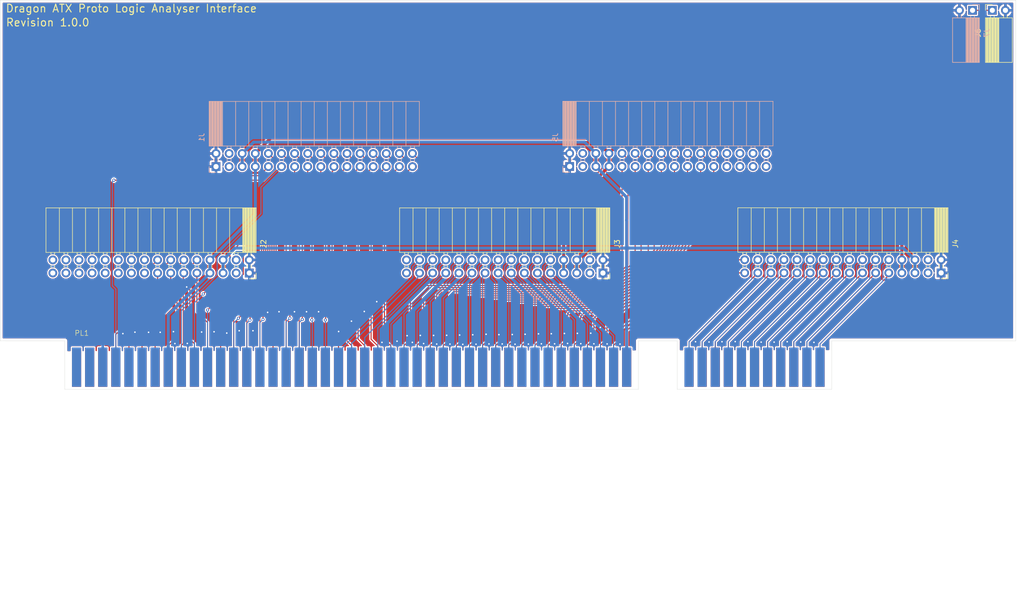
<source format=kicad_pcb>
(kicad_pcb (version 20241229) (generator "pcbnew") (generator_version "9.0")
  (layers (0 "F.Cu" signal) (2 "B.Cu" signal) (13 "F.Paste" user) (15 "B.Paste" user) (5 "F.SilkS" user "F.Silkscreen") (7 "B.SilkS" user "B.Silkscreen") (1 "F.Mask" user) (3 "B.Mask" user) (25 "Edge.Cuts" user))
  (net 0 "")
  (net 1 "+3.3V")
  (net 2 "+5V")
  (net 4 "GND")
  (net 27 "DL6")
  (net 28 "DL3")
  (net 29 "~{HS}")
  (net 30 "A13")
  (net 31 "R{slash}~{W}")
  (net 32 "AVMA")
  (net 33 "A1")
  (net 34 "MOTOR")
  (net 35 "Z6")
  (net 36 "E")
  (net 37 "EXTMEN")
  (net 38 "MIC")
  (net 39 "A10")
  (net 40 "CART")
  (net 41 "A2")
  (net 42 "Z4")
  (net 43 "A0")
  (net 44 "Z1")
  (net 45 "~{A}{slash}G")
  (net 46 "Z8")
  (net 47 "A6")
  (net 48 "GM1")
  (net 49 "S0")
  (net 50 "CPU_BUSY")
  (net 51 "~{NMI}p")
  (net 52 "ESND")
  (net 53 "D1")
  (net 54 "A11")
  (net 55 "AUDIO_L")
  (net 56 "BA")
  (net 57 "Z3")
  (net 58 "Z13")
  (net 59 "DL2")
  (net 60 "DL1")
  (net 61 "A5")
  (net 62 "BS")
  (net 63 "S1")
  (net 64 "CSS")
  (net 65 "D6")
  (net 66 "Z10")
  (net 67 "AUDIO_M")
  (net 68 "A8")
  (net 69 "Z15")
  (net 70 "A12")
  (net 71 "A14")
  (net 72 "A9")
  (net 73 "S2")
  (net 74 "Z19")
  (net 75 "+12V")
  (net 76 "~{RESET}")
  (net 77 "P0")
  (net 78 "Z0")
  (net 79 "~{NMI}")
  (net 80 "Z7")
  (net 81 "AUDIO_R")
  (net 82 "A3")
  (net 83 "~{FIRQ}")
  (net 84 "Chroma")
  (net 85 "DL4")
  (net 86 "Z9")
  (net 87 "GM2")
  (net 88 "~{FIRQ}p")
  (net 89 "DL0")
  (net 90 "D4")
  (net 91 "Z11")
  (net 92 "Z20")
  (net 93 "-12V")
  (net 94 "DA0")
  (net 95 "S3")
  (net 96 "GM0")
  (net 97 "A7")
  (net 98 "Z5")
  (net 99 "D5")
  (net 100 "D7")
  (net 101 "D0")
  (net 102 "DL5")
  (net 103 "Q")
  (net 104 "A4")
  (net 105 "DL7")
  (net 106 "A15")
  (net 107 "Z16")
  (net 108 "Z12")
  (net 109 "P1")
  (net 110 "S4")
  (net 111 "Z2")
  (net 112 "~{IRQ}")
  (net 113 "Z17")
  (net 114 "Luma")
  (net 115 "~{FS}")
  (net 116 "TSC")
  (net 117 "~{IRQ}p")
  (net 118 "D2")
  (net 119 "Z18")
  (net 120 "R0")
  (net 121 "EAR")
  (net 122 "VCLK")
  (net 123 "D3")
  (net 124 "Composite")
  (net 125 "~{HALT}")
  (net 126 "R1")
  (net 127 "-5V")
  (net 128 "Z21")
  (net 129 "P2")
  (net 130 "Z14")
  (net 131 "R2")
  (net 145 "Net-(J6-Pin_1)")
  (footprint "Connector_PinSocket_2.54mm:PinSocket_2x16_P2.54mm_Horizontal" (layer "F.Cu") (at 173.9674 93.4328 -90)
    (property "Reference" "J3")
    (property "Value" "LV2")
  )
  (footprint "Connector_PinSocket_2.54mm:PinSocket_2x16_P2.54mm_Horizontal" (layer "F.Cu") (at 105.3846 93.4328 -90)
    (property "Reference" "J2")
    (property "Value" "LV1")
  )
  (footprint "Connector_PinSocket_2.54mm:PinSocket_1x02_P2.54mm_Horizontal" (layer "F.Cu") (at 249.4742 42.4884 90)
    (property "Reference" "J6")
    (property "Value" "Chain Front")
  )
  (footprint "Library:Card_Edge" (layer "F.Cu") (at 145.6758 114.4806)
    (property "Reference" "PL1")
    (property "Value" "Slot1")
    (fp_line (start -76.073 -7.874) (end -76.073 1.524) (stroke (width 0.05)) (layer "Edge.Cuts"))
    (fp_line (start -76.073 1.524) (end 35.179 1.524) (stroke (width 0.05)) (layer "Edge.Cuts"))
    (fp_line (start 35.179 -7.874) (end 42.707 -7.874) (stroke (width 0.05)) (layer "Edge.Cuts"))
    (fp_line (start 35.179 1.524) (end 35.179 -7.874) (stroke (width 0.05)) (layer "Edge.Cuts"))
    (fp_line (start 42.707 -7.874) (end 42.707 1.524) (stroke (width 0.05)) (layer "Edge.Cuts"))
    (fp_line (start 42.707 1.524) (end 72.679 1.524) (stroke (width 0.05)) (layer "Edge.Cuts"))
    (fp_line (start 72.679 1.524) (end 72.679 -7.874) (stroke (width 0.05)) (layer "Edge.Cuts"))
  )
  (footprint "Connector_PinSocket_2.54mm:PinSocket_2x16_P2.54mm_Horizontal" (layer "F.Cu") (at 239.5502 93.4074 -90)
    (property "Reference" "J4")
    (property "Value" "TTL2")
  )
  (footprint "Connector_PinSocket_2.54mm:PinSocket_2x16_P2.54mm_Horizontal" (layer "B.Cu") (at 167.513 72.771 -90)
    (property "Reference" "J5")
    (property "Value" "TTL3")
  )
  (footprint "Connector_PinSocket_2.54mm:PinSocket_2x16_P2.54mm_Horizontal" (layer "B.Cu") (at 98.933 72.7964 -90)
    (property "Reference" "J1")
    (property "Value" "TTL1")
  )
  (footprint "Connector_PinSocket_2.54mm:PinSocket_1x02_P2.54mm_Horizontal" (layer "B.Cu") (at 245.6388 42.4884 90)
    (property "Reference" "J7")
    (property "Value" "Chain Rear")
  )
  (gr_line (start 57.067392 40.513) (end 254.0254 40.513) (stroke (width 0.05)) (layer "Edge.Cuts"))
  (gr_line (start 218.3548 106.6066) (end 254 106.6066) (stroke (width 0.05)) (layer "Edge.Cuts"))
  (gr_line (start 57.067392 106.599941) (end 57.067392 40.513) (stroke (width 0.05)) (layer "Edge.Cuts"))
  (gr_line (start 69.6028 106.6066) (end 57.067392 106.599941) (stroke (width 0.05)) (layer "Edge.Cuts"))
  (gr_line (start 254 106.6038) (end 254.0254 40.513) (stroke (width 0.05)) (layer "Edge.Cuts"))
  (gr_text "Revision 1.0.0" (at 58.0898 45.72 0) (layer "F.SilkS") (effects (font (size 1.5 1.5) (thickness 0.2)) (justify left bottom)))
  (gr_text "Dragon ATX Proto Logic Analyser Interface" (at 58.0644 43.0022 0) (layer "F.SilkS") (effects (font (size 1.5 1.5) (thickness 0.2)) (justify left bottom)))
  (segment (start 178.181 67.183) (end 230.632 67.183) (width 0.6) (layer "F.Cu") (net 1))
  (segment (start 106.553 70.2564) (end 109.5248 67.2846) (width 0.6) (layer "F.Cu") (net 1))
  (segment (start 172.1866 67.2846) (end 175.133 70.231) (width 0.6) (layer "F.Cu") (net 1))
  (segment (start 166.3474 81.5566) (end 166.3474 90.8928) (width 0.6) (layer "F.Cu") (net 1))
  (segment (start 231.9302 68.4812) (end 231.9302 90.8674) (width 0.6) (layer "F.Cu") (net 1))
  (segment (start 230.632 67.183) (end 231.9302 68.4812) (width 0.6) (layer "F.Cu") (net 1))
  (segment (start 175.133 70.231) (end 178.181 67.183) (width 0.6) (layer "F.Cu") (net 1))
  (segment (start 175.133 72.771) (end 166.3474 81.5566) (width 0.6) (layer "F.Cu") (net 1))
  (segment (start 109.5248 67.2846) (end 172.1866 67.2846) (width 0.6) (layer "F.Cu") (net 1))
  (segment (start 97.7646 90.8928) (end 97.7646 93.4328) (width 0.6) (layer "B.Cu") (net 1))
  (segment (start 106.553 82.1044) (end 106.553 72.7964) (width 0.6) (layer "B.Cu") (net 1))
  (segment (start 97.7646 90.8928) (end 106.553 82.1044) (width 0.6) (layer "B.Cu") (net 1))
  (segment (start 89.6688 101.5286) (end 97.7646 93.4328) (width 0.6) (layer "B.Cu") (net 1))
  (segment (start 166.3474 90.8928) (end 166.3474 93.4328) (width 0.6) (layer "B.Cu") (net 1))
  (segment (start 175.133 70.231) (end 175.133 72.771) (width 0.6) (layer "B.Cu") (net 1))
  (segment (start 231.9302 90.8674) (end 231.9302 93.4074) (width 0.6) (layer "B.Cu") (net 1))
  (segment (start 106.553 70.2564) (end 106.553 72.7964) (width 0.6) (layer "B.Cu") (net 1))
  (segment (start 89.6688 111.3056) (end 89.6688 101.5286) (width 0.6) (layer "B.Cu") (net 1))
  (segment (start 178.562 78.74) (end 172.593 72.771) (width 0.6) (layer "B.Cu") (net 2))
  (segment (start 178.562 83.185) (end 178.562 78.74) (width 0.6) (layer "B.Cu") (net 2))
  (segment (start 171.185 88.5952) (end 102.6022 88.5952) (width 0.6) (layer "B.Cu") (net 2))
  (segment (start 172.593 72.771) (end 172.593 70.231) (width 0.6) (layer "B.Cu") (net 2))
  (segment (start 171.185 88.5952) (end 168.8874 90.8928) (width 0.6) (layer "B.Cu") (net 2))
  (segment (start 102.6022 88.5952) (end 100.3046 90.8928) (width 0.6) (layer "B.Cu") (net 2))
  (segment (start 234.4702 90.8674) (end 234.4702 93.4074) (width 0.6) (layer "B.Cu") (net 2))
  (segment (start 168.8874 90.8928) (end 168.8874 93.4328) (width 0.6) (layer "B.Cu") (net 2))
  (segment (start 104.013 70.2564) (end 104.013 72.7964) (width 0.6) (layer "B.Cu") (net 2))
  (segment (start 172.593 70.231) (end 170.4086 68.0466) (width 0.6) (layer "B.Cu") (net 2))
  (segment (start 178.5688 111.3056) (end 178.5688 88.5952) (width 0.6) (layer "B.Cu") (net 2))
  (segment (start 178.5688 88.5952) (end 178.5688 83.1918) (width 0.6) (layer "B.Cu") (net 2))
  (segment (start 178.5688 83.1918) (end 178.562 83.185) (width 0.6) (layer "B.Cu") (net 2))
  (segment (start 170.4086 68.0466) (end 106.2228 68.0466) (width 0.6) (layer "B.Cu") (net 2))
  (segment (start 100.3046 90.8928) (end 100.3046 93.4328) (width 0.6) (layer "B.Cu") (net 2))
  (segment (start 178.5688 88.5952) (end 171.185 88.5952) (width 0.6) (layer "B.Cu") (net 2))
  (segment (start 178.5688 88.5952) (end 232.198 88.5952) (width 0.6) (layer "B.Cu") (net 2))
  (segment (start 232.198 88.5952) (end 234.4702 90.8674) (width 0.6) (layer "B.Cu") (net 2))
  (segment (start 106.2228 68.0466) (end 104.013 70.2564) (width 0.6) (layer "B.Cu") (net 2))
  (via (at 88.1126 104.9274) (size 0.6) (drill 0.3) (layers "F.Cu" "B.Cu") (net 4))
  (via (at 111.1504 100.9396) (size 0.6) (drill 0.3) (layers "F.Cu" "B.Cu") (net 4))
  (via (at 159.512 107.2134) (size 0.6) (drill 0.3) (layers "F.Cu" "B.Cu") (net 4))
  (via (at 204.6478 106.8324) (size 0.6) (drill 0.3) (layers "F.Cu" "B.Cu") (net 4))
  (via (at 174.7774 107.188) (size 0.6) (drill 0.3) (layers "F.Cu" "B.Cu") (net 4))
  (via (at 194.5386 106.807) (size 0.6) (drill 0.3) (layers "F.Cu" "B.Cu") (net 4))
  (via (at 131.1148 106.8832) (size 0.6) (drill 0.3) (layers "F.Cu" "B.Cu") (net 4))
  (via (at 90.9574 107.1118) (size 0.6) (drill 0.3) (layers "F.Cu" "B.Cu") (net 4))
  (via (at 116.4844 100.9396) (size 0.6) (drill 0.3) (layers "F.Cu" "B.Cu") (net 4))
  (via (at 98.552 104.8258) (size 0.6) (drill 0.3) (layers "F.Cu" "B.Cu") (net 4))
  (via (at 169.0116 105.1306) (size 0.6) (drill 0.3) (layers "F.Cu" "B.Cu") (net 4))
  (via (at 154.432 107.188) (size 0.6) (drill 0.3) (layers "F.Cu" "B.Cu") (net 4))
  (via (at 163.957 105.2068) (size 0.6) (drill 0.3) (layers "F.Cu" "B.Cu") (net 4))
  (via (at 199.6186 106.7308) (size 0.6) (drill 0.3) (layers "F.Cu" "B.Cu") (net 4))
  (via (at 122.7074 104.775) (size 0.6) (drill 0.3) (layers "F.Cu" "B.Cu") (net 4))
  (via (at 166.497 105.156) (size 0.6) (drill 0.3) (layers "F.Cu" "B.Cu") (net 4))
  (via (at 101.0158 105.0798) (size 0.6) (drill 0.3) (layers "F.Cu" "B.Cu") (net 4))
  (via (at 153.797 105.3846) (size 0.6) (drill 0.3) (layers "F.Cu" "B.Cu") (net 4))
  (via (at 197.0532 106.7562) (size 0.6) (drill 0.3) (layers "F.Cu" "B.Cu") (net 4))
  (via (at 130.0988 98.9838) (size 0.6) (drill 0.3) (layers "F.Cu" "B.Cu") (net 4))
  (via (at 156.9212 107.2388) (size 0.6) (drill 0.3) (layers "F.Cu" "B.Cu") (net 4))
  (via (at 191.9224 106.7562) (size 0.6) (drill 0.3) (layers "F.Cu" "B.Cu") (net 4))
  (via (at 151.3078 105.3084) (size 0.6) (drill 0.3) (layers "F.Cu" "B.Cu") (net 4))
  (via (at 171.6024 105.1052) (size 0.6) (drill 0.3) (layers "F.Cu" "B.Cu") (net 4))
  (via (at 172.212 107.1626) (size 0.6) (drill 0.3) (layers "F.Cu" "B.Cu") (net 4))
  (via (at 148.717 105.41) (size 0.6) (drill 0.3) (layers "F.Cu" "B.Cu") (net 4))
  (via (at 146.7866 107.2642) (size 0.6) (drill 0.3) (layers "F.Cu" "B.Cu") (net 4))
  (via (at 125.1966 102.7684) (size 0.6) (drill 0.3) (layers "F.Cu" "B.Cu") (net 4))
  (via (at 135.9916 105.5878) (size 0.6) (drill 0.3) (layers "F.Cu" "B.Cu") (net 4))
  (via (at 156.3878 105.3592) (size 0.6) (drill 0.3) (layers "F.Cu" "B.Cu") (net 4))
  (via (at 114.1476 100.9396) (size 0.6) (drill 0.3) (layers "F.Cu" "B.Cu") (net 4))
  (via (at 137.0076 106.8832) (size 0.6) (drill 0.3) (layers "F.Cu" "B.Cu") (net 4))
  (via (at 139.192 107.1118) (size 0.6) (drill 0.3) (layers "F.Cu" "B.Cu") (net 4))
  (via (at 146.177 105.4608) (size 0.6) (drill 0.3) (layers "F.Cu" "B.Cu") (net 4))
  (via (at 209.7024 106.7562) (size 0.6) (drill 0.3) (layers "F.Cu" "B.Cu") (net 4))
  (via (at 212.3186 106.807) (size 0.6) (drill 0.3) (layers "F.Cu" "B.Cu") (net 4))
  (via (at 141.732 107.2134) (size 0.6) (drill 0.3) (layers "F.Cu" "B.Cu") (net 4))
  (via (at 108.9406 101.0666) (size 0.6) (drill 0.3) (layers "F.Cu" "B.Cu") (net 4))
  (via (at 80.8736 105.1814) (size 0.6) (drill 0.3) (layers "F.Cu" "B.Cu") (net 4))
  (via (at 158.877 105.3084) (size 0.6) (drill 0.3) (layers "F.Cu" "B.Cu") (net 4))
  (via (at 173.4566 103.9876) (size 0.6) (drill 0.3) (layers "F.Cu" "B.Cu") (net 4))
  (via (at 141.1224 105.537) (size 0.6) (drill 0.3) (layers "F.Cu" "B.Cu") (net 4))
  (via (at 151.8666 107.188) (size 0.6) (drill 0.3) (layers "F.Cu" "B.Cu") (net 4))
  (via (at 127.6858 100.8888) (size 0.6) (drill 0.3) (layers "F.Cu" "B.Cu") (net 4))
  (via (at 149.352 107.2388) (size 0.6) (drill 0.3) (layers "F.Cu" "B.Cu") (net 4))
  (via (at 167.1066 107.0864) (size 0.6) (drill 0.3) (layers "F.Cu" "B.Cu") (net 4))
  (via (at 90.678 104.8004) (size 0.6) (drill 0.3) (layers "F.Cu" "B.Cu") (net 4))
  (via (at 169.672 107.1372) (size 0.6) (drill 0.3) (layers "F.Cu" "B.Cu") (net 4))
  (via (at 202.0824 106.7562) (size 0.6) (drill 0.3) (layers "F.Cu" "B.Cu") (net 4))
  (via (at 164.592 107.1626) (size 0.6) (drill 0.3) (layers "F.Cu" "B.Cu") (net 4))
  (via (at 103.4288 104.6226) (size 0.6) (drill 0.3) (layers "F.Cu" "B.Cu") (net 4))
  (via (at 138.557 105.537) (size 0.6) (drill 0.3) (layers "F.Cu" "B.Cu") (net 4))
  (via (at 143.6624 105.5116) (size 0.6) (drill 0.3) (layers "F.Cu" "B.Cu") (net 4))
  (via (at 162.0266 107.1626) (size 0.6) (drill 0.3) (layers "F.Cu" "B.Cu") (net 4))
  (via (at 177.2666 107.2134) (size 0.6) (drill 0.3) (layers "F.Cu" "B.Cu") (net 4))
  (via (at 214.884 106.8832) (size 0.6) (drill 0.3) (layers "F.Cu" "B.Cu") (net 4))
  (via (at 144.2974 107.2134) (size 0.6) (drill 0.3) (layers "F.Cu" "B.Cu") (net 4))
  (via (at 93.3704 107.0864) (size 0.6) (drill 0.3) (layers "F.Cu" "B.Cu") (net 4))
  (via (at 118.8212 100.9396) (size 0.6) (drill 0.3) (layers "F.Cu" "B.Cu") (net 4))
  (via (at 207.1624 106.8324) (size 0.6) (drill 0.3) (layers "F.Cu" "B.Cu") (net 4))
  (via (at 106.0958 104.6226) (size 0.6) (drill 0.3) (layers "F.Cu" "B.Cu") (net 4))
  (via (at 83.2104 104.902) (size 0.6) (drill 0.3) (layers "F.Cu" "B.Cu") (net 4))
  (via (at 96.139 104.8766) (size 0.6) (drill 0.3) (layers "F.Cu" "B.Cu") (net 4))
  (via (at 134.0358 106.6546) (size 0.6) (drill 0.3) (layers "F.Cu" "B.Cu") (net 4))
  (via (at 161.4678 105.2322) (size 0.6) (drill 0.3) (layers "F.Cu" "B.Cu") (net 4))
  (via (at 85.852 104.9274) (size 0.6) (drill 0.3) (layers "F.Cu" "B.Cu") (net 4))
  (via (at 93.2434 96.139) (size 0.6) (drill 0.3) (layers "F.Cu" "B.Cu") (net 4))
  (segment (start 93.853 92.2644) (end 95.2246 90.8928) (width 0.2) (layer "F.Cu") (net 27))
  (segment (start 93.853 106.2482) (end 93.853 92.2644) (width 0.2) (layer "F.Cu") (net 27))
  (segment (start 94.7488 107.144) (end 93.853 106.2482) (width 0.2) (layer "F.Cu") (net 27))
  (segment (start 94.7488 111.3056) (end 94.7488 107.144) (width 0.2) (layer "F.Cu") (net 27))
  (segment (start 87.1288 111.3056) (end 87.1288 103.041) (width 0.2) (layer "F.Cu") (net 28))
  (segment (start 90.1446 100.0252) (end 90.1446 93.4328) (width 0.2) (layer "F.Cu") (net 28))
  (segment (start 87.1288 103.041) (end 90.1446 100.0252) (width 0.2) (layer "F.Cu") (net 28))
  (segment (start 110.244 73.27316) (end 110.244 71.4074) (width 0.2) (layer "F.Cu") (net 29))
  (segment (start 108.07916 75.438) (end 110.244 73.27316) (width 0.2) (layer "F.Cu") (net 29))
  (segment (start 110.244 71.4074) (end 109.093 70.2564) (width 0.2) (layer "F.Cu") (net 29))
  (segment (start 79.121 75.438) (end 108.07916 75.438) (width 0.2) (layer "F.Cu") (net 29))
  (via (at 79.121 75.438) (size 0.6) (drill 0.3) (layers "F.Cu" "B.Cu") (net 29))
  (segment (start 78.8336 95.9024) (end 78.8336 75.7254) (width 0.2) (layer "B.Cu") (net 29))
  (segment (start 78.8336 75.7254) (end 79.121 75.438) (width 0.2) (layer "B.Cu") (net 29))
  (segment (start 79.5088 96.5776) (end 78.8924 95.9612) (width 0.2) (layer "B.Cu") (net 29))
  (segment (start 79.5088 111.3056) (end 79.5088 96.5776) (width 0.2) (layer "B.Cu") (net 29))
  (segment (start 78.8924 95.9612) (end 78.8336 95.9024) (width 0.2) (layer "B.Cu") (net 29))
  (segment (start 213.5288 106.7288) (end 226.8502 93.4074) (width 0.2) (layer "F.Cu") (net 30))
  (segment (start 213.5288 111.6866) (end 213.5288 106.7288) (width 0.2) (layer "F.Cu") (net 30))
  (segment (start 99.1536 93.7848) (end 99.1536 90.41604) (width 0.2) (layer "B.Cu") (net 31))
  (segment (start 99.1536 90.41604) (end 107.6452 81.92444) (width 0.2) (layer "B.Cu") (net 31))
  (segment (start 92.2088 100.7296) (end 99.1536 93.7848) (width 0.2) (layer "B.Cu") (net 31))
  (segment (start 92.2088 111.3056) (end 92.2088 100.7296) (width 0.2) (layer "B.Cu") (net 31))
  (segment (start 107.6452 76.7842) (end 111.633 72.7964) (width 0.2) (layer "B.Cu") (net 31))
  (segment (start 107.6452 81.92444) (end 107.6452 76.7842) (width 0.2) (layer "B.Cu") (net 31))
  (segment (start 110.5808 97.8428) (end 110.5808 86.5486) (width 0.2) (layer "F.Cu") (net 32))
  (segment (start 109.9888 98.4348) (end 110.5808 97.8428) (width 0.2) (layer "F.Cu") (net 32))
  (segment (start 109.9888 111.3056) (end 109.9888 98.4348) (width 0.2) (layer "F.Cu") (net 32))
  (segment (start 110.5808 86.5486) (end 124.333 72.7964) (width 0.2) (layer "F.Cu") (net 32))
  (segment (start 178.5688 111.3056) (end 178.5688 104.6412) (width 0.2) (layer "F.Cu") (net 33))
  (segment (start 189.8026 93.4074) (end 201.4502 93.4074) (width 0.2) (layer "F.Cu") (net 33))
  (segment (start 178.5688 104.6412) (end 189.8026 93.4074) (width 0.2) (layer "F.Cu") (net 33))
  (segment (start 133.104 73.27316) (end 133.104 71.4074) (width 0.2) (layer "F.Cu") (net 34))
  (segment (start 122.6888 111.3056) (end 122.6888 107.525) (width 0.2) (layer "F.Cu") (net 34))
  (segment (start 133.104 71.4074) (end 131.953 70.2564) (width 0.2) (layer "F.Cu") (net 34))
  (segment (start 122.6888 107.525) (end 121.4374 106.2736) (width 0.2) (layer "F.Cu") (net 34))
  (segment (start 121.4374 84.93976) (end 133.104 73.27316) (width 0.2) (layer "F.Cu") (net 34))
  (segment (start 121.4374 106.2736) (end 121.4374 84.93976) (width 0.2) (layer "F.Cu") (net 34))
  (segment (start 144.7546 92.1656) (end 146.0274 90.8928) (width 0.2) (layer "B.Cu") (net 35))
  (segment (start 144.7546 94.107) (end 144.7546 92.1656) (width 0.2) (layer "B.Cu") (net 35))
  (segment (start 137.9288 100.9328) (end 144.7546 94.107) (width 0.2) (layer "B.Cu") (net 35))
  (segment (start 137.9288 111.3056) (end 137.9288 100.9328) (width 0.2) (layer "B.Cu") (net 35))
  (segment (start 174.752 106.1974) (end 174.752 102.6922) (width 0.2) (layer "F.Cu") (net 36))
  (segment (start 174.752 102.6922) (end 175.4794 101.9648) (width 0.2) (layer "F.Cu") (net 36))
  (segment (start 176.8002 101.9648) (end 196.604 82.161) (width 0.2) (layer "F.Cu") (net 36))
  (segment (start 173.4888 111.3056) (end 173.4888 107.4606) (width 0.2) (layer "F.Cu") (net 36))
  (segment (start 196.604 71.382) (end 195.453 70.231) (width 0.2) (layer "F.Cu") (net 36))
  (segment (start 175.4794 101.9648) (end 176.8002 101.9648) (width 0.2) (layer "F.Cu") (net 36))
  (segment (start 196.604 82.161) (end 196.604 71.382) (width 0.2) (layer "F.Cu") (net 36))
  (segment (start 173.4888 107.4606) (end 174.752 106.1974) (width 0.2) (layer "F.Cu") (net 36))
  (segment (start 104.2336 87.5955) (end 114.173 77.6561) (width 0.2) (layer "F.Cu") (net 37))
  (segment (start 97.2888 100.6094) (end 99.8034 98.0948) (width 0.2) (layer "F.Cu") (net 37))
  (segment (start 99.8034 98.0948) (end 99.81036 98.0948) (width 0.2) (layer "F.Cu") (net 37))
  (segment (start 114.173 77.6561) (end 114.173 72.7964) (width 0.2) (layer "F.Cu") (net 37))
  (segment (start 104.2336 93.67156) (end 104.2336 87.5955) (width 0.2) (layer "F.Cu") (net 37))
  (segment (start 99.81036 98.0948) (end 104.2336 93.67156) (width 0.2) (layer "F.Cu") (net 37))
  (via (at 97.2888 100.6094) (size 0.6) (drill 0.3) (layers "F.Cu" "B.Cu") (net 37))
  (segment (start 97.2888 100.6094) (end 97.2888 111.3056) (width 0.2) (layer "B.Cu") (net 37))
  (segment (start 223.1592 94.5852) (end 223.1592 92.0184) (width 0.2) (layer "B.Cu") (net 39))
  (segment (start 210.9792 111.6866) (end 210.9792 106.7652) (width 0.2) (layer "B.Cu") (net 39))
  (segment (start 210.9792 106.7652) (end 223.1592 94.5852) (width 0.2) (layer "B.Cu") (net 39))
  (segment (start 223.1592 92.0184) (end 224.3102 90.8674) (width 0.2) (layer "B.Cu") (net 39))
  (segment (start 115.0688 86.22836) (end 128.024 73.27316) (width 0.2) (layer "F.Cu") (net 40))
  (segment (start 128.024 73.27316) (end 128.024 71.4074) (width 0.2) (layer "F.Cu") (net 40))
  (segment (start 115.0688 111.3056) (end 115.0688 86.22836) (width 0.2) (layer "F.Cu") (net 40))
  (segment (start 128.024 71.4074) (end 126.873 70.2564) (width 0.2) (layer "F.Cu") (net 40))
  (segment (start 190.6688 106.7288) (end 203.9902 93.4074) (width 0.2) (layer "F.Cu") (net 41))
  (segment (start 190.6688 111.3056) (end 190.6688 106.7288) (width 0.2) (layer "F.Cu") (net 41))
  (segment (start 132.8488 111.3056) (end 132.8488 103.3712) (width 0.2) (layer "B.Cu") (net 42))
  (segment (start 142.1892 94.0308) (end 142.1892 92.191) (width 0.2) (layer "B.Cu") (net 42))
  (segment (start 142.1892 92.191) (end 143.4874 90.8928) (width 0.2) (layer "B.Cu") (net 42))
  (segment (start 132.8488 103.3712) (end 142.1892 94.0308) (width 0.2) (layer "B.Cu") (net 42))
  (segment (start 177.2666 104.5464) (end 190.9456 90.8674) (width 0.2) (layer "F.Cu") (net 43))
  (segment (start 176.0288 107.4606) (end 177.2666 106.2228) (width 0.2) (layer "F.Cu") (net 43))
  (segment (start 177.2666 106.2228) (end 177.2666 104.5464) (width 0.2) (layer "F.Cu") (net 43))
  (segment (start 176.0288 111.3056) (end 176.0288 107.4606) (width 0.2) (layer "F.Cu") (net 43))
  (segment (start 190.9456 90.8674) (end 201.4502 90.8674) (width 0.2) (layer "F.Cu") (net 43))
  (segment (start 125.2288 107.105) (end 138.4074 93.9264) (width 0.2) (layer "B.Cu") (net 44))
  (segment (start 138.4074 93.9264) (end 138.4074 93.4328) (width 0.2) (layer "B.Cu") (net 44))
  (segment (start 125.2288 111.3056) (end 125.2288 107.105) (width 0.2) (layer "B.Cu") (net 44))
  (segment (start 187.833 86.7913) (end 187.833 72.771) (width 0.2) (layer "F.Cu") (net 45))
  (segment (start 156.9974 106.1212) (end 156.9974 99.4232) (width 0.2) (layer "F.Cu") (net 45))
  (segment (start 157.353 99.0676) (end 175.5567 99.0676) (width 0.2) (layer "F.Cu") (net 45))
  (segment (start 155.7088 107.4098) (end 156.9974 106.1212) (width 0.2) (layer "F.Cu") (net 45))
  (segment (start 156.9974 99.4232) (end 157.353 99.0676) (width 0.2) (layer "F.Cu") (net 45))
  (segment (start 175.5567 99.0676) (end 187.833 86.7913) (width 0.2) (layer "F.Cu") (net 45))
  (segment (start 155.7088 111.3056) (end 155.7088 107.4098) (width 0.2) (layer "F.Cu") (net 45))
  (segment (start 143.0088 111.3056) (end 143.0088 98.3674) (width 0.2) (layer "B.Cu") (net 46))
  (segment (start 147.2692 92.191) (end 148.5674 90.8928) (width 0.2) (layer "B.Cu") (net 46))
  (segment (start 147.2692 94.107) (end 147.2692 92.191) (width 0.2) (layer "B.Cu") (net 46))
  (segment (start 143.0088 98.3674) (end 147.2692 94.107) (width 0.2) (layer "B.Cu") (net 46))
  (segment (start 200.8288 106.7288) (end 214.1502 93.4074) (width 0.2) (layer "F.Cu") (net 47))
  (segment (start 200.8288 111.6866) (end 200.8288 106.7288) (width 0.2) (layer "F.Cu") (net 47))
  (segment (start 162.0774 106.172) (end 162.0774 100.4062) (width 0.2) (layer "F.Cu") (net 48))
  (segment (start 175.8657 99.8928) (end 190.373 85.3855) (width 0.2) (layer "F.Cu") (net 48))
  (segment (start 190.373 85.3855) (end 190.373 72.771) (width 0.2) (layer "F.Cu") (net 48))
  (segment (start 162.5908 99.8928) (end 175.8657 99.8928) (width 0.2) (layer "F.Cu") (net 48))
  (segment (start 160.7888 107.4606) (end 162.0774 106.172) (width 0.2) (layer "F.Cu") (net 48))
  (segment (start 160.7888 111.3056) (end 160.7888 107.4606) (width 0.2) (layer "F.Cu") (net 48))
  (segment (start 162.0774 100.4062) (end 162.5908 99.8928) (width 0.2) (layer "F.Cu") (net 48))
  (segment (start 125.2288 111.3056) (end 125.2288 107.4996) (width 0.2) (layer "F.Cu") (net 49))
  (segment (start 123.9774 106.2482) (end 123.9774 83.312) (width 0.2) (layer "F.Cu") (net 49))
  (segment (start 123.9774 83.312) (end 134.493 72.7964) (width 0.2) (layer "F.Cu") (net 49))
  (segment (start 125.2288 107.4996) (end 123.9774 106.2482) (width 0.2) (layer "F.Cu") (net 49))
  (segment (start 121.793 73.4387) (end 121.793 72.7964) (width 0.2) (layer "F.Cu") (net 50))
  (segment (start 107.4488 111.3056) (end 107.4488 99.8406) (width 0.2) (layer "F.Cu") (net 50))
  (segment (start 109.7788 85.4529) (end 121.793 73.4387) (width 0.2) (layer "F.Cu") (net 50))
  (segment (start 107.4488 99.8406) (end 109.7788 97.5106) (width 0.2) (layer "F.Cu") (net 50))
  (segment (start 109.7788 97.5106) (end 109.7788 85.4529) (width 0.2) (layer "F.Cu") (net 50))
  (segment (start 103.2764 102.2096) (end 108.5742 96.9118) (width 0.2) (layer "F.Cu") (net 51))
  (segment (start 108.5742 96.9118) (end 108.5742 84.9562) (width 0.2) (layer "F.Cu") (net 51))
  (segment (start 117.864 75.6664) (end 117.864 71.4074) (width 0.2) (layer "F.Cu") (net 51))
  (segment (start 108.5742 84.9562) (end 117.864 75.6664) (width 0.2) (layer "F.Cu") (net 51))
  (segment (start 117.864 71.4074) (end 116.713 70.2564) (width 0.2) (layer "F.Cu") (net 51))
  (via (at 103.2764 102.2096) (size 0.6) (drill 0.3) (layers "F.Cu" "B.Cu") (net 51))
  (segment (start 102.3688 111.3056) (end 102.3688 103.1172) (width 0.2) (layer "B.Cu") (net 51))
  (segment (start 102.3688 103.1172) (end 103.2764 102.2096) (width 0.2) (layer "B.Cu") (net 51))
  (segment (start 101.5492 89.7128) (end 112.784 78.478) (width 0.2) (layer "F.Cu") (net 52))
  (segment (start 100.2538 95.2754) (end 101.6254 93.9038) (width 0.2) (layer "F.Cu") (net 52))
  (segment (start 96.4692 97.4852) (end 98.679 95.2754) (width 0.2) (layer "F.Cu") (net 52))
  (segment (start 112.784 71.4074) (end 111.633 70.2564) (width 0.2) (layer "F.Cu") (net 52))
  (segment (start 101.6254 93.9038) (end 101.6254 89.789) (width 0.2) (layer "F.Cu") (net 52))
  (segment (start 112.784 78.478) (end 112.784 71.4074) (width 0.2) (layer "F.Cu") (net 52))
  (segment (start 98.679 95.2754) (end 100.2538 95.2754) (width 0.2) (layer "F.Cu") (net 52))
  (segment (start 101.6254 89.789) (end 101.5492 89.7128) (width 0.2) (layer "F.Cu") (net 52))
  (via (at 96.4692 97.4852) (size 0.6) (drill 0.3) (layers "F.Cu" "B.Cu") (net 52))
  (segment (start 94.7488 111.3056) (end 94.7488 99.2056) (width 0.2) (layer "B.Cu") (net 52))
  (segment (start 94.7488 99.2056) (end 96.4692 97.4852) (width 0.2) (layer "B.Cu") (net 52))
  (segment (start 193.1992 111.6866) (end 193.1992 106.7652) (width 0.2) (layer "B.Cu") (net 53))
  (segment (start 205.3792 94.5852) (end 205.3792 92.0184) (width 0.2) (layer "B.Cu") (net 53))
  (segment (start 193.1992 106.7652) (end 205.3792 94.5852) (width 0.2) (layer "B.Cu") (net 53))
  (segment (start 205.3792 92.0184) (end 206.5302 90.8674) (width 0.2) (layer "B.Cu") (net 53))
  (segment (start 210.9888 106.7288) (end 224.3102 93.4074) (width 0.2) (layer "F.Cu") (net 54))
  (segment (start 210.9888 111.3056) (end 210.9888 106.7288) (width 0.2) (layer "F.Cu") (net 54))
  (segment (start 102.3688 102.2028) (end 108.1732 96.3984) (width 0.2) (layer "F.Cu") (net 56))
  (segment (start 116.713 76.2503) (end 116.713 72.7964) (width 0.2) (layer "F.Cu") (net 56))
  (segment (start 108.1732 96.3984) (end 108.1732 84.7901) (width 0.2) (layer "F.Cu") (net 56))
  (segment (start 102.3688 111.3056) (end 102.3688 102.2028) (width 0.2) (layer "F.Cu") (net 56))
  (segment (start 108.1732 84.7901) (end 116.713 76.2503) (width 0.2) (layer "F.Cu") (net 56))
  (segment (start 130.3088 104.0714) (end 140.9474 93.4328) (width 0.2) (layer "B.Cu") (net 57))
  (segment (start 130.3088 111.3056) (end 130.3088 104.0714) (width 0.2) (layer "B.Cu") (net 57))
  (segment (start 155.7088 95.4942) (end 153.6474 93.4328) (width 0.2) (layer "B.Cu") (net 58))
  (segment (start 155.7088 111.3056) (end 155.7088 95.4942) (width 0.2) (layer "B.Cu") (net 58))
  (segment (start 84.5888 111.3056) (end 84.5888 103.676) (width 0.2) (layer "F.Cu") (net 59))
  (segment (start 88.7984 99.4664) (end 88.7984 92.239) (width 0.2) (layer "F.Cu") (net 59))
  (segment (start 88.7984 92.239) (end 90.1446 90.8928) (width 0.2) (layer "F.Cu") (net 59))
  (segment (start 84.5888 103.676) (end 88.7984 99.4664) (width 0.2) (layer "F.Cu") (net 59))
  (segment (start 87.6046 98.933) (end 87.6046 93.4328) (width 0.2) (layer "F.Cu") (net 60))
  (segment (start 82.0488 104.4888) (end 87.6046 98.933) (width 0.2) (layer "F.Cu") (net 60))
  (segment (start 82.0488 111.3056) (end 82.0488 104.4888) (width 0.2) (layer "F.Cu") (net 60))
  (segment (start 198.2888 111.6866) (end 198.2888 106.7288) (width 0.2) (layer "F.Cu") (net 61))
  (segment (start 198.2888 106.7288) (end 211.6102 93.4074) (width 0.2) (layer "F.Cu") (net 61))
  (segment (start 107.7722 84.624) (end 115.324 77.0722) (width 0.2) (layer "F.Cu") (net 62))
  (segment (start 99.8288 103.9808) (end 107.7722 96.0374) (width 0.2) (layer "F.Cu") (net 62))
  (segment (start 115.324 77.0722) (end 115.324 71.4074) (width 0.2) (layer "F.Cu") (net 62))
  (segment (start 115.324 71.4074) (end 114.173 70.2564) (width 0.2) (layer "F.Cu") (net 62))
  (segment (start 99.8288 111.3056) (end 99.8288 103.9808) (width 0.2) (layer "F.Cu") (net 62))
  (segment (start 107.7722 96.0374) (end 107.7722 84.624) (width 0.2) (layer "F.Cu") (net 62))
  (segment (start 135.644 71.4074) (end 134.493 70.2564) (width 0.2) (layer "F.Cu") (net 63))
  (segment (start 126.492 82.3976) (end 134.874 74.0156) (width 0.2) (layer "F.Cu") (net 63))
  (segment (start 134.90156 74.0156) (end 135.644 73.27316) (width 0.2) (layer "F.Cu") (net 63))
  (segment (start 126.492 106.2482) (end 126.492 82.3976) (width 0.2) (layer "F.Cu") (net 63))
  (segment (start 127.7688 107.525) (end 126.492 106.2482) (width 0.2) (layer "F.Cu") (net 63))
  (segment (start 134.874 74.0156) (end 134.90156 74.0156) (width 0.2) (layer "F.Cu") (net 63))
  (segment (start 127.7688 111.3056) (end 127.7688 107.525) (width 0.2) (layer "F.Cu") (net 63))
  (segment (start 135.644 73.27316) (end 135.644 71.4074) (width 0.2) (layer "F.Cu") (net 63))
  (segment (start 175.3906 98.6666) (end 186.444 87.6132) (width 0.2) (layer "F.Cu") (net 64))
  (segment (start 153.1688 107.5114) (end 154.4066 106.2736) (width 0.2) (layer "F.Cu") (net 64))
  (segment (start 154.4066 99.568) (end 155.308 98.6666) (width 0.2) (layer "F.Cu") (net 64))
  (segment (start 154.4066 106.2736) (end 154.4066 99.568) (width 0.2) (layer "F.Cu") (net 64))
  (segment (start 186.444 87.6132) (end 186.444 71.382) (width 0.2) (layer "F.Cu") (net 64))
  (segment (start 186.444 71.382) (end 185.293 70.231) (width 0.2) (layer "F.Cu") (net 64))
  (segment (start 153.1688 111.3056) (end 153.1688 107.5114) (width 0.2) (layer "F.Cu") (net 64))
  (segment (start 155.308 98.6666) (end 175.3906 98.6666) (width 0.2) (layer "F.Cu") (net 64))
  (segment (start 205.8992 106.7652) (end 218.0792 94.5852) (width 0.2) (layer "B.Cu") (net 65))
  (segment (start 218.0792 92.0184) (end 219.2302 90.8674) (width 0.2) (layer "B.Cu") (net 65))
  (segment (start 205.8992 111.6866) (end 205.8992 106.7652) (width 0.2) (layer "B.Cu") (net 65))
  (segment (start 218.0792 94.5852) (end 218.0792 92.0184) (width 0.2) (layer "B.Cu") (net 65))
  (segment (start 148.0888 111.3056) (end 148.0888 95.7004) (width 0.2) (layer "B.Cu") (net 66))
  (segment (start 149.8092 92.191) (end 151.1074 90.8928) (width 0.2) (layer "B.Cu") (net 66))
  (segment (start 148.0888 95.7004) (end 149.8092 93.98) (width 0.2) (layer "B.Cu") (net 66))
  (segment (start 149.8092 93.98) (end 149.8092 92.191) (width 0.2) (layer "B.Cu") (net 66))
  (segment (start 205.9088 111.3056) (end 205.9088 106.7288) (width 0.2) (layer "F.Cu") (net 68))
  (segment (start 205.9088 106.7288) (end 219.2302 93.4074) (width 0.2) (layer "F.Cu") (net 68))
  (segment (start 160.7888 111.3056) (end 160.7888 98.0342) (width 0.2) (layer "B.Cu") (net 69))
  (segment (start 160.7888 98.0342) (end 156.1874 93.4328) (width 0.2) (layer "B.Cu") (net 69))
  (segment (start 213.5192 111.3056) (end 213.5192 106.7652) (width 0.2) (layer "B.Cu") (net 70))
  (segment (start 225.6992 94.5852) (end 225.6992 92.0184) (width 0.2) (layer "B.Cu") (net 70))
  (segment (start 225.6992 92.0184) (end 226.8502 90.8674) (width 0.2) (layer "B.Cu") (net 70))
  (segment (start 213.5192 106.7652) (end 225.6992 94.5852) (width 0.2) (layer "B.Cu") (net 70))
  (segment (start 216.0592 111.6866) (end 216.0592 107.1812) (width 0.2) (layer "B.Cu") (net 71))
  (segment (start 228.2392 95.0012) (end 228.2392 92.0184) (width 0.2) (layer "B.Cu") (net 71))
  (segment (start 228.2392 92.0184) (end 229.3902 90.8674) (width 0.2) (layer "B.Cu") (net 71))
  (segment (start 216.0592 107.1812) (end 228.2392 95.0012) (width 0.2) (layer "B.Cu") (net 71))
  (segment (start 208.4488 111.3056) (end 208.4488 106.7288) (width 0.2) (layer "F.Cu") (net 72))
  (segment (start 208.4488 106.7288) (end 221.7702 93.4074) (width 0.2) (layer "F.Cu") (net 72))
  (segment (start 130.3088 107.5758) (end 129.0066 106.2736) (width 0.2) (layer "F.Cu") (net 73))
  (segment (start 130.3088 111.3056) (end 130.3088 107.5758) (width 0.2) (layer "F.Cu") (net 73))
  (segment (start 129.0066 80.8228) (end 137.033 72.7964) (width 0.2) (layer "F.Cu") (net 73))
  (segment (start 129.0066 106.2736) (end 129.0066 80.8228) (width 0.2) (layer "F.Cu") (net 73))
  (segment (start 170.9488 111.3056) (end 170.9488 103.1142) (width 0.2) (layer "B.Cu") (net 74))
  (segment (start 170.9488 103.1142) (end 161.2674 93.4328) (width 0.2) (layer "B.Cu") (net 74))
  (segment (start 120.1928 102.489) (end 120.1928 84.5566) (width 0.2) (layer "F.Cu") (net 76))
  (segment (start 120.142 102.5398) (end 120.1928 102.489) (width 0.2) (layer "F.Cu") (net 76))
  (segment (start 120.1928 84.5566) (end 131.953 72.7964) (width 0.2) (layer "F.Cu") (net 76))
  (via (at 120.142 102.5398) (size 0.6) (drill 0.3) (layers "F.Cu" "B.Cu") (net 76))
  (segment (start 120.1488 102.5466) (end 120.142 102.5398) (width 0.2) (layer "B.Cu") (net 76))
  (segment (start 120.1488 111.3056) (end 120.1488 102.5466) (width 0.2) (layer "B.Cu") (net 76))
  (segment (start 174.3339 96.2606) (end 178.824 91.7705) (width 0.2) (layer "F.Cu") (net 77))
  (segment (start 137.9288 107.4606) (end 139.192 106.1974) (width 0.2) (layer "F.Cu") (net 77))
  (segment (start 141.1786 96.2606) (end 174.3339 96.2606) (width 0.2) (layer "F.Cu") (net 77))
  (segment (start 178.824 71.382) (end 177.673 70.231) (width 0.2) (layer "F.Cu") (net 77))
  (segment (start 139.192 98.2472) (end 141.1786 96.2606) (width 0.2) (layer "F.Cu") (net 77))
  (segment (start 178.824 91.7705) (end 178.824 71.382) (width 0.2) (layer "F.Cu") (net 77))
  (segment (start 137.9288 111.3056) (end 137.9288 107.4606) (width 0.2) (layer "F.Cu") (net 77))
  (segment (start 139.192 106.1974) (end 139.192 98.2472) (width 0.2) (layer "F.Cu") (net 77))
  (segment (start 137.0838 92.2164) (end 138.4074 90.8928) (width 0.2) (layer "B.Cu") (net 78))
  (segment (start 122.6888 108.6956) (end 137.0838 94.3006) (width 0.2) (layer "B.Cu") (net 78))
  (segment (start 122.6888 111.3056) (end 122.6888 108.6956) (width 0.2) (layer "B.Cu") (net 78))
  (segment (start 137.0838 94.3006) (end 137.0838 92.2164) (width 0.2) (layer "B.Cu") (net 78))
  (segment (start 113.2586 86.4108) (end 126.873 72.7964) (width 0.2) (layer "F.Cu") (net 79))
  (segment (start 113.2586 102.1842) (end 113.2586 86.4108) (width 0.2) (layer "F.Cu") (net 79))
  (via (at 113.2586 102.1842) (size 0.6) (drill 0.3) (layers "F.Cu" "B.Cu") (net 79))
  (segment (start 112.5288 111.3056) (end 112.5288 102.914) (width 0.2) (layer "B.Cu") (net 79))
  (segment (start 112.5288 102.914) (end 113.2586 102.1842) (width 0.2) (layer "B.Cu") (net 79))
  (segment (start 140.4688 98.9914) (end 140.4688 111.3056) (width 0.2) (layer "B.Cu") (net 80))
  (segment (start 146.0274 93.4328) (end 140.4688 98.9914) (width 0.2) (layer "B.Cu") (net 80))
  (segment (start 193.2088 106.7288) (end 206.5302 93.4074) (width 0.2) (layer "F.Cu") (net 82))
  (segment (start 193.2088 111.6866) (end 193.2088 106.7288) (width 0.2) (layer "F.Cu") (net 82))
  (segment (start 115.6688 102.4382) (end 115.6688 86.5406) (width 0.2) (layer "F.Cu") (net 83))
  (segment (start 115.6688 86.5406) (end 129.413 72.7964) (width 0.2) (layer "F.Cu") (net 83))
  (via (at 115.6688 102.4382) (size 0.6) (drill 0.3) (layers "F.Cu" "B.Cu") (net 83))
  (segment (start 115.0688 103.0382) (end 115.6688 102.4382) (width 0.2) (layer "B.Cu") (net 83))
  (segment (start 115.0688 111.3056) (end 115.0688 103.0382) (width 0.2) (layer "B.Cu") (net 83))
  (segment (start 89.6688 107.5368) (end 91.3638 105.8418) (width 0.2) (layer "F.Cu") (net 85))
  (segment (start 91.3638 105.8418) (end 91.3638 92.2136) (width 0.2) (layer "F.Cu") (net 85))
  (segment (start 89.6688 111.3056) (end 89.6688 107.5368) (width 0.2) (layer "F.Cu") (net 85))
  (segment (start 91.3638 92.2136) (end 92.6846 90.8928) (width 0.2) (layer "F.Cu") (net 85))
  (segment (start 148.5674 93.4328) (end 145.5488 96.4514) (width 0.2) (layer "B.Cu") (net 86))
  (segment (start 145.5488 96.4514) (end 145.5488 111.3056) (width 0.2) (layer "B.Cu") (net 86))
  (segment (start 163.3288 107.5114) (end 164.592 106.2482) (width 0.2) (layer "F.Cu") (net 87))
  (segment (start 191.524 84.8016) (end 191.524 71.382) (width 0.2) (layer "F.Cu") (net 87))
  (segment (start 165.187 100.2938) (end 176.0318 100.2938) (width 0.2) (layer "F.Cu") (net 87))
  (segment (start 164.592 100.8888) (end 165.187 100.2938) (width 0.2) (layer "F.Cu") (net 87))
  (segment (start 176.0318 100.2938) (end 191.524 84.8016) (width 0.2) (layer "F.Cu") (net 87))
  (segment (start 163.3288 111.3056) (end 163.3288 107.5114) (width 0.2) (layer "F.Cu") (net 87))
  (segment (start 164.592 106.2482) (end 164.592 100.8888) (width 0.2) (layer "F.Cu") (net 87))
  (segment (start 191.524 71.382) (end 190.373 70.231) (width 0.2) (layer "F.Cu") (net 87))
  (segment (start 120.404 74.2606) (end 120.404 71.4074) (width 0.2) (layer "F.Cu") (net 88))
  (segment (start 120.404 71.4074) (end 119.253 70.2564) (width 0.2) (layer "F.Cu") (net 88))
  (segment (start 109.3762 97.3119) (end 109.3762 85.2884) (width 0.2) (layer "F.Cu") (net 88))
  (segment (start 105.537 101.1511) (end 109.3762 97.3119) (width 0.2) (layer "F.Cu") (net 88))
  (segment (start 105.537 102.537) (end 105.537 101.1511) (width 0.2) (layer "F.Cu") (net 88))
  (segment (start 105.5088 102.5652) (end 105.537 102.537) (width 0.2) (layer "F.Cu") (net 88))
  (segment (start 109.3762 85.2884) (end 120.404 74.2606) (width 0.2) (layer "F.Cu") (net 88))
  (via (at 105.5088 102.5652) (size 0.6) (drill 0.3) (layers "F.Cu" "B.Cu") (net 88))
  (segment (start 104.9088 103.1652) (end 105.5088 102.5652) (width 0.2) (layer "B.Cu") (net 88))
  (segment (start 104.9088 111.3056) (end 104.9088 103.1652) (width 0.2) (layer "B.Cu") (net 88))
  (segment (start 79.5088 105.327) (end 86.3854 98.4504) (width 0.2) (layer "F.Cu") (net 89))
  (segment (start 86.3854 98.4504) (end 86.3854 92.112) (width 0.2) (layer "F.Cu") (net 89))
  (segment (start 79.5088 111.3056) (end 79.5088 105.327) (width 0.2) (layer "F.Cu") (net 89))
  (segment (start 86.3854 92.112) (end 87.6046 90.8928) (width 0.2) (layer "F.Cu") (net 89))
  (segment (start 200.8192 111.6866) (end 200.8192 106.7652) (width 0.2) (layer "B.Cu") (net 90))
  (segment (start 200.8192 106.7652) (end 212.9992 94.5852) (width 0.2) (layer "B.Cu") (net 90))
  (segment (start 212.9992 94.5852) (end 212.9992 92.0184) (width 0.2) (layer "B.Cu") (net 90))
  (segment (start 212.9992 92.0184) (end 214.1502 90.8674) (width 0.2) (layer "B.Cu") (net 90))
  (segment (start 151.1074 93.4328) (end 150.6288 93.9114) (width 0.2) (layer "B.Cu") (net 91))
  (segment (start 150.6288 93.9114) (end 150.6288 111.3056) (width 0.2) (layer "B.Cu") (net 91))
  (segment (start 173.4888 111.3056) (end 173.4888 105.0358) (width 0.2) (layer "B.Cu") (net 92))
  (segment (start 173.4888 105.0358) (end 162.5346 94.0816) (width 0.2) (layer "B.Cu") (net 92))
  (segment (start 162.5346 92.1656) (end 163.8074 90.8928) (width 0.2) (layer "B.Cu") (net 92))
  (segment (start 162.5346 94.0816) (end 162.5346 92.1656) (width 0.2) (layer "B.Cu") (net 92))
  (segment (start 109.093 72.7964) (end 107.3404 74.549) (width 0.2) (layer "F.Cu") (net 94))
  (segment (start 76.9688 75.3804) (end 76.9688 89.3758) (width 0.2) (layer "F.Cu") (net 94))
  (segment (start 76.1746 93.98) (end 76.9688 94.7742) (width 0.2) (layer "F.Cu") (net 94))
  (segment (start 77.8002 74.549) (end 76.9688 75.3804) (width 0.2) (layer "F.Cu") (net 94))
  (segment (start 76.9688 89.3758) (end 76.1746 90.17) (width 0.2) (layer "F.Cu") (net 94))
  (segment (start 76.9688 94.7742) (end 76.9688 111.3056) (width 0.2) (layer "F.Cu") (net 94))
  (segment (start 76.1746 90.17) (end 76.1746 93.98) (width 0.2) (layer "F.Cu") (net 94))
  (segment (start 107.3404 74.549) (end 77.8002 74.549) (width 0.2) (layer "F.Cu") (net 94))
  (segment (start 131.5974 79.85976) (end 138.184 73.27316) (width 0.2) (layer "F.Cu") (net 95))
  (segment (start 132.8488 111.3056) (end 132.8488 107.5758) (width 0.2) (layer "F.Cu") (net 95))
  (segment (start 132.8488 107.5758) (end 131.5974 106.3244) (width 0.2) (layer "F.Cu") (net 95))
  (segment (start 131.5974 106.3244) (end 131.5974 79.85976) (width 0.2) (layer "F.Cu") (net 95))
  (segment (start 138.184 73.27316) (end 138.184 71.4074) (width 0.2) (layer "F.Cu") (net 95))
  (segment (start 138.184 71.4074) (end 137.033 70.2564) (width 0.2) (layer "F.Cu") (net 95))
  (segment (start 175.6996 99.4918) (end 188.984 86.2074) (width 0.2) (layer "F.Cu") (net 96))
  (segment (start 160.0454 99.4918) (end 175.6996 99.4918) (width 0.2) (layer "F.Cu") (net 96))
  (segment (start 158.2488 107.5114) (end 159.4866 106.2736) (width 0.2) (layer "F.Cu") (net 96))
  (segment (start 188.984 71.382) (end 187.833 70.231) (width 0.2) (layer "F.Cu") (net 96))
  (segment (start 159.4866 106.2736) (end 159.4866 100.0506) (width 0.2) (layer "F.Cu") (net 96))
  (segment (start 159.4866 100.0506) (end 160.0454 99.4918) (width 0.2) (layer "F.Cu") (net 96))
  (segment (start 188.984 86.2074) (end 188.984 71.382) (width 0.2) (layer "F.Cu") (net 96))
  (segment (start 158.2488 111.3056) (end 158.2488 107.5114) (width 0.2) (layer "F.Cu") (net 96))
  (segment (start 203.3688 106.7288) (end 216.6902 93.4074) (width 0.2) (layer "F.Cu") (net 97))
  (segment (start 203.3688 111.3056) (end 203.3688 106.7288) (width 0.2) (layer "F.Cu") (net 97))
  (segment (start 143.4874 93.4328) (end 143.3543 93.4328) (width 0.2) (layer "B.Cu") (net 98))
  (segment (start 143.3543 93.4328) (end 135.3888 101.3983) (width 0.2) (layer "B.Cu") (net 98))
  (segment (start 135.3888 101.3983) (end 135.3888 111.3056) (width 0.2) (layer "B.Cu") (net 98))
  (segment (start 203.3592 106.7652) (end 215.5392 94.5852) (width 0.2) (layer "B.Cu") (net 99))
  (segment (start 203.3592 111.6866) (end 203.3592 106.7652) (width 0.2) (layer "B.Cu") (net 99))
  (segment (start 215.5392 94.5852) (end 215.5392 92.0184) (width 0.2) (layer "B.Cu") (net 99))
  (segment (start 215.5392 92.0184) (end 216.6902 90.8674) (width 0.2) (layer "B.Cu") (net 99))
  (segment (start 220.6192 94.5852) (end 220.6192 92.0184) (width 0.2) (layer "B.Cu") (net 100))
  (segment (start 208.4392 106.7652) (end 220.6192 94.5852) (width 0.2) (layer "B.Cu") (net 100))
  (segment (start 220.6192 92.0184) (end 221.7702 90.8674) (width 0.2) (layer "B.Cu") (net 100))
  (segment (start 208.4392 111.6866) (end 208.4392 106.7652) (width 0.2) (layer "B.Cu") (net 100))
  (segment (start 202.8392 94.5852) (end 202.8392 92.0184) (width 0.2) (layer "B.Cu") (net 101))
  (segment (start 202.8392 92.0184) (end 203.9902 90.8674) (width 0.2) (layer "B.Cu") (net 101))
  (segment (start 190.6592 111.6866) (end 190.6592 106.7652) (width 0.2) (layer "B.Cu") (net 101))
  (segment (start 190.6592 106.7652) (end 202.8392 94.5852) (width 0.2) (layer "B.Cu") (net 101))
  (segment (start 92.583 107.1118) (end 92.583 93.5344) (width 0.2) (layer "F.Cu") (net 102))
  (segment (start 92.583 93.5344) (end 92.6846 93.4328) (width 0.2) (layer "F.Cu") (net 102))
  (segment (start 92.2088 107.486) (end 92.583 107.1118) (width 0.2) (layer "F.Cu") (net 102))
  (segment (start 92.2088 111.3056) (end 92.2088 107.486) (width 0.2) (layer "F.Cu") (net 102))
  (segment (start 172.212 106.2482) (end 172.212 102.2096) (width 0.2) (layer "F.Cu") (net 103))
  (segment (start 170.9488 107.5114) (end 172.212 106.2482) (width 0.2) (layer "F.Cu") (net 103))
  (segment (start 172.212 102.2096) (end 172.8578 101.5638) (width 0.2) (layer "F.Cu") (net 103))
  (segment (start 195.453 82.677) (end 195.453 72.771) (width 0.2) (layer "F.Cu") (net 103))
  (segment (start 172.8578 101.5638) (end 176.5662 101.5638) (width 0.2) (layer "F.Cu") (net 103))
  (segment (start 176.5662 101.5638) (end 195.453 82.677) (width 0.2) (layer "F.Cu") (net 103))
  (segment (start 170.9488 111.3056) (end 170.9488 107.5114) (width 0.2) (layer "F.Cu") (net 103))
  (segment (start 195.757066 106.720534) (end 209.0702 93.4074) (width 0.2) (layer "F.Cu") (net 104))
  (segment (start 195.757066 111.3056) (end 195.757066 106.720534) (width 0.2) (layer "F.Cu") (net 104))
  (segment (start 97.2888 111.3056) (end 97.2888 103.0292) (width 0.2) (layer "F.Cu") (net 105))
  (segment (start 97.2888 103.0292) (end 95.2246 100.965) (width 0.2) (layer "F.Cu") (net 105))
  (segment (start 95.2246 100.965) (end 95.2246 93.4328) (width 0.2) (layer "F.Cu") (net 105))
  (segment (start 216.0688 107.197) (end 229.3902 93.8756) (width 0.2) (layer "F.Cu") (net 106))
  (segment (start 229.3902 93.8756) (end 229.3902 93.4074) (width 0.2) (layer "F.Cu") (net 106))
  (segment (start 216.0688 111.3056) (end 216.0688 107.197) (width 0.2) (layer "F.Cu") (net 106))
  (segment (start 163.3288 111.3056) (end 163.3288 100.0071) (width 0.2) (layer "B.Cu") (net 107))
  (segment (start 157.48 94.1583) (end 157.48 92.1402) (width 0.2) (layer "B.Cu") (net 107))
  (segment (start 163.3288 100.0071) (end 157.48 94.1583) (width 0.2) (layer "B.Cu") (net 107))
  (segment (start 157.48 92.1402) (end 158.7274 90.8928) (width 0.2) (layer "B.Cu") (net 107))
  (segment (start 153.1688 111.3056) (end 153.1688 95.206) (width 0.2) (layer "B.Cu") (net 108))
  (segment (start 153.1688 95.206) (end 152.4 94.4372) (width 0.2) (layer "B.Cu") (net 108))
  (segment (start 152.4 94.4372) (end 152.4 92.1402) (width 0.2) (layer "B.Cu") (net 108))
  (segment (start 152.4 92.1402) (end 153.6474 90.8928) (width 0.2) (layer "B.Cu") (net 108))
  (segment (start 180.213 90.9574) (end 180.213 72.771) (width 0.2) (layer "F.Cu") (net 109))
  (segment (start 141.732 97.5252) (end 142.5956 96.6616) (width 0.2) (layer "F.Cu") (net 109))
  (segment (start 140.4688 107.5876) (end 141.732 106.3244) (width 0.2) (layer "F.Cu") (net 109))
  (segment (start 141.732 106.3244) (end 141.732 97.5252) (width 0.2) (layer "F.Cu") (net 109))
  (segment (start 174.5088 96.6616) (end 180.213 90.9574) (width 0.2) (layer "F.Cu") (net 109))
  (segment (start 140.4688 111.3056) (end 140.4688 107.5876) (width 0.2) (layer "F.Cu") (net 109))
  (segment (start 142.5956 96.6616) (end 174.5088 96.6616) (width 0.2) (layer "F.Cu") (net 109))
  (segment (start 135.3888 111.3056) (end 135.3888 107.5114) (width 0.2) (layer "F.Cu") (net 110))
  (segment (start 177.673 92.3544) (end 177.673 72.771) (width 0.2) (layer "F.Cu") (net 110))
  (segment (start 135.3888 107.5114) (end 136.6266 106.2736) (width 0.2) (layer "F.Cu") (net 110))
  (segment (start 174.1678 95.8596) (end 177.673 92.3544) (width 0.2) (layer "F.Cu") (net 110))
  (segment (start 139.7254 95.8596) (end 174.1678 95.8596) (width 0.2) (layer "F.Cu") (net 110))
  (segment (start 136.6266 106.2736) (end 136.6266 98.9584) (width 0.2) (layer "F.Cu") (net 110))
  (segment (start 136.6266 98.9584) (end 139.7254 95.8596) (width 0.2) (layer "F.Cu") (net 110))
  (segment (start 139.6746 94.0308) (end 139.6746 92.1656) (width 0.2) (layer "B.Cu") (net 111))
  (segment (start 127.7688 111.3056) (end 127.7688 105.9366) (width 0.2) (layer "B.Cu") (net 111))
  (segment (start 139.6746 92.1656) (end 140.9474 90.8928) (width 0.2) (layer "B.Cu") (net 111))
  (segment (start 127.7688 105.9366) (end 139.6746 94.0308) (width 0.2) (layer "B.Cu") (net 111))
  (segment (start 130.564 73.27316) (end 130.564 71.4074) (width 0.2) (layer "F.Cu") (net 112))
  (segment (start 117.5512 86.28596) (end 130.564 73.27316) (width 0.2) (layer "F.Cu") (net 112))
  (segment (start 130.564 71.4074) (end 129.413 70.2564) (width 0.2) (layer "F.Cu") (net 112))
  (segment (start 117.5004 102.5144) (end 117.5512 102.4636) (width 0.2) (layer "F.Cu") (net 112))
  (segment (start 117.5512 102.4636) (end 117.5512 86.28596) (width 0.2) (layer "F.Cu") (net 112))
  (via (at 117.5004 102.5144) (size 0.6) (drill 0.3) (layers "F.Cu" "B.Cu") (net 112))
  (segment (start 117.6088 111.3056) (end 117.6088 102.6228) (width 0.2) (layer "B.Cu") (net 112))
  (segment (start 117.6088 102.6228) (end 117.5004 102.5144) (width 0.2) (layer "B.Cu") (net 112))
  (segment (start 165.8688 111.3056) (end 165.8688 100.5742) (width 0.2) (layer "B.Cu") (net 113))
  (segment (start 165.8688 100.5742) (end 158.7274 93.4328) (width 0.2) (layer "B.Cu") (net 113))
  (segment (start 125.484 73.398) (end 125.484 71.4074) (width 0.2) (layer "F.Cu") (net 115))
  (segment (start 112.5288 111.3056) (end 112.5288 86.3532) (width 0.2) (layer "F.Cu") (net 115))
  (segment (start 112.5288 86.3532) (end 125.484 73.398) (width 0.2) (layer "F.Cu") (net 115))
  (segment (start 125.484 71.4074) (end 124.333 70.2564) (width 0.2) (layer "F.Cu") (net 115))
  (segment (start 104.9088 111.3056) (end 104.9088 101.2122) (width 0.2) (layer "F.Cu") (net 116))
  (segment (start 119.253 74.8445) (end 119.253 72.7964) (width 0.2) (layer "F.Cu") (net 116))
  (segment (start 104.9088 101.2122) (end 108.9752 97.1458) (width 0.2) (layer "F.Cu") (net 116))
  (segment (start 108.9752 97.1458) (end 108.9752 85.1223) (width 0.2) (layer "F.Cu") (net 116))
  (segment (start 108.9752 85.1223) (end 119.253 74.8445) (width 0.2) (layer "F.Cu") (net 116))
  (segment (start 122.944 71.4074) (end 121.793 70.2564) (width 0.2) (layer "F.Cu") (net 117))
  (segment (start 108.0488 102.4382) (end 108.0488 99.8077) (width 0.2) (layer "F.Cu") (net 117))
  (segment (start 110.1798 97.6767) (end 110.1798 86.03736) (width 0.2) (layer "F.Cu") (net 117))
  (segment (start 110.1798 86.03736) (end 122.944 73.27316) (width 0.2) (layer "F.Cu") (net 117))
  (segment (start 108.0488 99.8077) (end 110.1798 97.6767) (width 0.2) (layer "F.Cu") (net 117))
  (segment (start 122.944 73.27316) (end 122.944 71.4074) (width 0.2) (layer "F.Cu") (net 117))
  (via (at 108.0488 102.4382) (size 0.6) (drill 0.3) (layers "F.Cu" "B.Cu") (net 117))
  (segment (start 107.4488 103.0382) (end 108.0488 102.4382) (width 0.2) (layer "B.Cu") (net 117))
  (segment (start 107.4488 111.3056) (end 107.4488 103.0382) (width 0.2) (layer "B.Cu") (net 117))
  (segment (start 207.9192 94.5852) (end 207.9192 92.0184) (width 0.2) (layer "B.Cu") (net 118))
  (segment (start 195.747466 111.697799) (end 195.747466 106.756934) (width 0.2) (layer "B.Cu") (net 118))
  (segment (start 207.9192 92.0184) (end 209.0702 90.8674) (width 0.2) (layer "B.Cu") (net 118))
  (segment (start 195.747466 106.756934) (end 207.9192 94.5852) (width 0.2) (layer "B.Cu") (net 118))
  (segment (start 159.9946 92.1656) (end 161.2674 90.8928) (width 0.2) (layer "B.Cu") (net 119))
  (segment (start 159.9946 94.107) (end 159.9946 92.1656) (width 0.2) (layer "B.Cu") (net 119))
  (segment (start 168.4088 102.5212) (end 159.9946 94.107) (width 0.2) (layer "B.Cu") (net 119))
  (segment (start 168.4088 111.3056) (end 168.4088 102.5212) (width 0.2) (layer "B.Cu") (net 119))
  (segment (start 145.5488 111.3056) (end 145.5488 107.613) (width 0.2) (layer "F.Cu") (net 120))
  (segment (start 146.812 97.9932) (end 147.3416 97.4636) (width 0.2) (layer "F.Cu") (net 120))
  (segment (start 146.812 106.3498) (end 146.812 97.9932) (width 0.2) (layer "F.Cu") (net 120))
  (segment (start 174.841 97.4636) (end 182.753 89.5516) (width 0.2) (layer "F.Cu") (net 120))
  (segment (start 145.5488 107.613) (end 146.812 106.3498) (width 0.2) (layer "F.Cu") (net 120))
  (segment (start 182.753 89.5516) (end 182.753 72.771) (width 0.2) (layer "F.Cu") (net 120))
  (segment (start 147.3416 97.4636) (end 174.841 97.4636) (width 0.2) (layer "F.Cu") (net 120))
  (segment (start 176.1309 100.7618) (end 192.913 83.9797) (width 0.2) (layer "F.Cu") (net 122))
  (segment (start 165.8688 107.4352) (end 167.132 106.172) (width 0.2) (layer "F.Cu") (net 122))
  (segment (start 167.132 101.2952) (end 167.6654 100.7618) (width 0.2) (layer "F.Cu") (net 122))
  (segment (start 167.132 106.172) (end 167.132 101.2952) (width 0.2) (layer "F.Cu") (net 122))
  (segment (start 165.8688 111.3056) (end 165.8688 107.4352) (width 0.2) (layer "F.Cu") (net 122))
  (segment (start 167.6654 100.7618) (end 176.1309 100.7618) (width 0.2) (layer "F.Cu") (net 122))
  (segment (start 192.913 83.9797) (end 192.913 72.771) (width 0.2) (layer "F.Cu") (net 122))
  (segment (start 210.4592 92.0184) (end 211.6102 90.8674) (width 0.2) (layer "B.Cu") (net 123))
  (segment (start 198.2792 106.7652) (end 210.4592 94.5852) (width 0.2) (layer "B.Cu") (net 123))
  (segment (start 210.4592 94.5852) (end 210.4592 92.0184) (width 0.2) (layer "B.Cu") (net 123))
  (segment (start 198.2792 111.6866) (end 198.2792 106.7652) (width 0.2) (layer "B.Cu") (net 123))
  (segment (start 170.3124 101.1628) (end 176.383 101.1628) (width 0.2) (layer "F.Cu") (net 125))
  (segment (start 194.064 83.4818) (end 194.064 71.382) (width 0.2) (layer "F.Cu") (net 125))
  (segment (start 168.4088 111.3056) (end 168.4088 107.3844) (width 0.2) (layer "F.Cu") (net 125))
  (segment (start 168.4088 107.3844) (end 169.6466 106.1466) (width 0.2) (layer "F.Cu") (net 125))
  (segment (start 169.6466 101.8286) (end 170.3124 101.1628) (width 0.2) (layer "F.Cu") (net 125))
  (segment (start 176.383 101.1628) (end 194.064 83.4818) (width 0.2) (layer "F.Cu") (net 125))
  (segment (start 194.064 71.382) (end 192.913 70.231) (width 0.2) (layer "F.Cu") (net 125))
  (segment (start 169.6466 106.1466) (end 169.6466 101.8286) (width 0.2) (layer "F.Cu") (net 125))
  (segment (start 183.904 71.382) (end 182.753 70.231) (width 0.2) (layer "F.Cu") (net 126))
  (segment (start 175.0584 97.8646) (end 183.904 89.019) (width 0.2) (layer "F.Cu") (net 126))
  (segment (start 149.9632 97.8646) (end 175.0584 97.8646) (width 0.2) (layer "F.Cu") (net 126))
  (segment (start 149.3266 106.3498) (end 149.3266 98.5012) (width 0.2) (layer "F.Cu") (net 126))
  (segment (start 148.0888 107.5876) (end 149.3266 106.3498) (width 0.2) (layer "F.Cu") (net 126))
  (segment (start 183.904 89.019) (end 183.904 71.382) (width 0.2) (layer "F.Cu") (net 126))
  (segment (start 149.3266 98.5012) (end 149.9632 97.8646) (width 0.2) (layer "F.Cu") (net 126))
  (segment (start 148.0888 111.3056) (end 148.0888 107.5876) (width 0.2) (layer "F.Cu") (net 126))
  (segment (start 176.0288 105.6542) (end 163.8074 93.4328) (width 0.2) (layer "B.Cu") (net 128))
  (segment (start 176.0288 111.3056) (end 176.0288 105.6542) (width 0.2) (layer "B.Cu") (net 128))
  (segment (start 144.272 97.7646) (end 144.974 97.0626) (width 0.2) (layer "F.Cu") (net 129))
  (segment (start 143.0088 107.5622) (end 144.272 106.299) (width 0.2) (layer "F.Cu") (net 129))
  (segment (start 181.364 90.3735) (end 181.364 71.382) (width 0.2) (layer "F.Cu") (net 129))
  (segment (start 181.364 71.382) (end 180.213 70.231) (width 0.2) (layer "F.Cu") (net 129))
  (segment (start 174.6749 97.0626) (end 181.364 90.3735) (width 0.2) (layer "F.Cu") (net 129))
  (segment (start 144.272 106.299) (end 144.272 97.7646) (width 0.2) (layer "F.Cu") (net 129))
  (segment (start 144.974 97.0626) (end 174.6749 97.0626) (width 0.2) (layer "F.Cu") (net 129))
  (segment (start 143.0088 111.3056) (end 143.0088 107.5622) (width 0.2) (layer "F.Cu") (net 129))
  (segment (start 154.9146 94.0308) (end 154.9146 92.1656) (width 0.2) (layer "B.Cu") (net 130))
  (segment (start 158.2488 97.365) (end 154.9146 94.0308) (width 0.2) (layer "B.Cu") (net 130))
  (segment (start 154.9146 92.1656) (end 156.1874 90.8928) (width 0.2) (layer "B.Cu") (net 130))
  (segment (start 158.2488 111.3056) (end 158.2488 97.365) (width 0.2) (layer "B.Cu") (net 130))
  (segment (start 150.6288 107.486) (end 151.9174 106.1974) (width 0.2) (layer "F.Cu") (net 131))
  (segment (start 151.9174 106.1974) (end 151.9174 98.8822) (width 0.2) (layer "F.Cu") (net 131))
  (segment (start 152.534 98.2656) (end 175.2245 98.2656) (width 0.2) (layer "F.Cu") (net 131))
  (segment (start 150.6288 111.3056) (end 150.6288 107.486) (width 0.2) (layer "F.Cu") (net 131))
  (segment (start 151.9174 98.8822) (end 152.534 98.2656) (width 0.2) (layer "F.Cu") (net 131))
  (segment (start 175.2245 98.2656) (end 185.293 88.1971) (width 0.2) (layer "F.Cu") (net 131))
  (segment (start 185.293 88.1971) (end 185.293 72.771) (width 0.2) (layer "F.Cu") (net 131))
  (segment (start 249.4742 42.4884) (end 245.6388 42.4884) (width 0.2) (layer "F.Cu") (net 145))
  (zone (net 4) (net_name "GND") (layers "F.Cu" "B.Cu") (connect_pads (clearance 0.25)) (min_thickness 0.2) (fill yes (thermal_gap 0.4) (thermal_bridge_width 0.5))
    (polygon (pts (xy 57.060792 40.636097) (xy 254.052754 40.511619) (xy 254.027353 108.382038) (xy 216.420392 108.377941) (xy 57.060792 108.606541)))
  )
)
</source>
